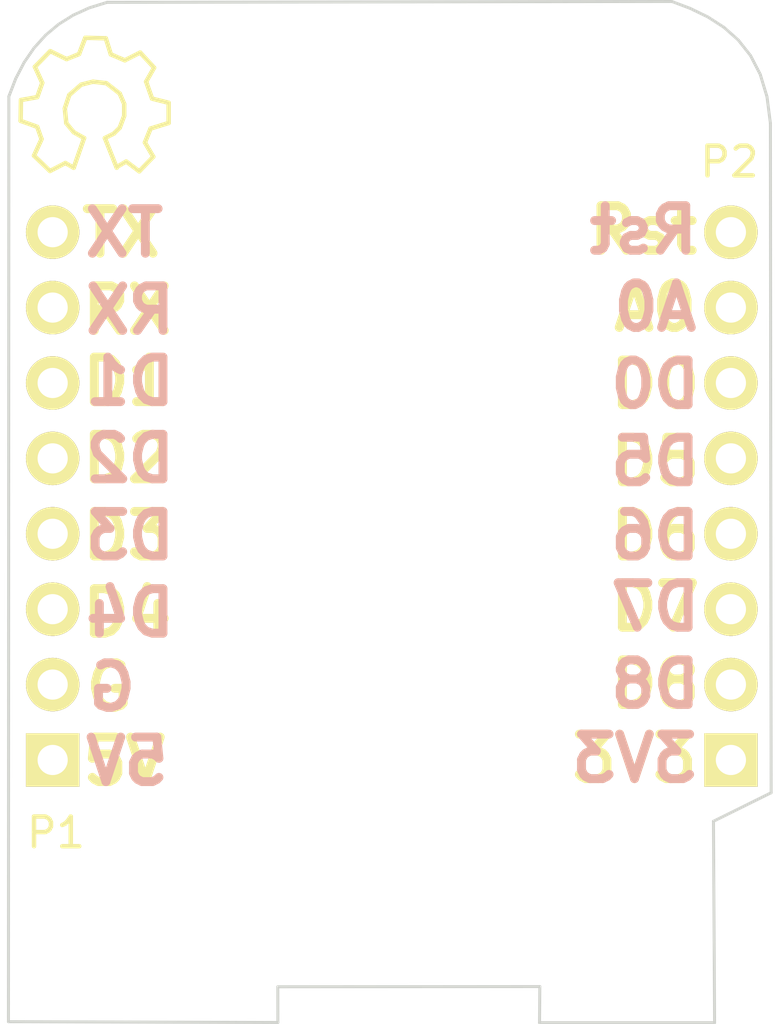
<source format=kicad_pcb>
(kicad_pcb (version 20240108) (generator "pcbnew") (generator_version "8.0")
  (layers (0 "F.Cu" signal) (31 "B.Cu" signal) (34 "B.Paste" user) (35 "F.Paste" user) (36 "B.SilkS" user "B.Silkscreen") (37 "F.SilkS" user "F.Silkscreen") (38 "B.Mask" user) (39 "F.Mask" user) (44 "Edge.Cuts" user))
  (net 0 "")
  (net 1 "/+5V")
  (net 2 "/GND")
  (net 3 "/D4")
  (net 4 "/D3")
  (net 5 "/D2")
  (net 6 "/D1")
  (net 7 "/RX")
  (net 8 "/TX")
  (net 9 "/+3.3V")
  (net 10 "/D8")
  (net 11 "/D7")
  (net 12 "/D6")
  (net 13 "/D5")
  (net 14 "/D0")
  (net 15 "/A0")
  (net 16 "/RST")
  (footprint "D1_mini:D1_mini_Pin_Header" (layer "F.Cu") (at 127.49 103.95 180)
    (property "Reference" "P1" (at -0.11 -2.45 180) (layer "F.SilkS"))
    (property "Value" "CONN_01X08" (hide yes))
    (pad "1" thru_hole rect (at 0 0 180) (size 1.8 1.8) (drill 1.016) (layers "*.Cu" "*.Mask" "F.SilkS") (net 1 "/+5V"))
    (pad "2" thru_hole oval (at 0 2.54 180) (size 1.8 1.8) (drill 1.016) (layers "*.Cu" "*.Mask" "F.SilkS") (net 2 "/GND"))
    (pad "3" thru_hole oval (at 0 5.08 180) (size 1.8 1.8) (drill 1.016) (layers "*.Cu" "*.Mask" "F.SilkS") (net 3 "/D4"))
    (pad "4" thru_hole oval (at 0 7.62 180) (size 1.8 1.8) (drill 1.016) (layers "*.Cu" "*.Mask" "F.SilkS") (net 4 "/D3"))
    (pad "5" thru_hole oval (at 0 10.16 180) (size 1.8 1.8) (drill 1.016) (layers "*.Cu" "*.Mask" "F.SilkS") (net 5 "/D2"))
    (pad "6" thru_hole oval (at 0 12.7 180) (size 1.8 1.8) (drill 1.016) (layers "*.Cu" "*.Mask" "F.SilkS") (net 6 "/D1"))
    (pad "7" thru_hole oval (at 0 15.24 180) (size 1.8 1.8) (drill 1.016) (layers "*.Cu" "*.Mask" "F.SilkS") (net 7 "/RX"))
    (pad "8" thru_hole oval (at 0 17.78 180) (size 1.8 1.8) (drill 1.016) (layers "*.Cu" "*.Mask" "F.SilkS") (net 8 "/TX"))
  )
  (footprint "D1_mini:D1_mini_Pin_Header" (layer "F.Cu") (at 150.35 103.95 180)
    (property "Reference" "P2" (at 0.05 20.15 180) (layer "F.SilkS"))
    (property "Value" "CONN_01X08" (hide yes))
    (pad "1" thru_hole rect (at 0 0 180) (size 1.8 1.8) (drill 1.016) (layers "*.Cu" "*.Mask" "F.SilkS") (net 9 "/+3.3V"))
    (pad "2" thru_hole oval (at 0 2.54 180) (size 1.8 1.8) (drill 1.016) (layers "*.Cu" "*.Mask" "F.SilkS") (net 10 "/D8"))
    (pad "3" thru_hole oval (at 0 5.08 180) (size 1.8 1.8) (drill 1.016) (layers "*.Cu" "*.Mask" "F.SilkS") (net 11 "/D7"))
    (pad "4" thru_hole oval (at 0 7.62 180) (size 1.8 1.8) (drill 1.016) (layers "*.Cu" "*.Mask" "F.SilkS") (net 12 "/D6"))
    (pad "5" thru_hole oval (at 0 10.16 180) (size 1.8 1.8) (drill 1.016) (layers "*.Cu" "*.Mask" "F.SilkS") (net 13 "/D5"))
    (pad "6" thru_hole oval (at 0 12.7 180) (size 1.8 1.8) (drill 1.016) (layers "*.Cu" "*.Mask" "F.SilkS") (net 14 "/D0"))
    (pad "7" thru_hole oval (at 0 15.24 180) (size 1.8 1.8) (drill 1.016) (layers "*.Cu" "*.Mask" "F.SilkS") (net 15 "/A0"))
    (pad "8" thru_hole oval (at 0 17.78 180) (size 1.8 1.8) (drill 1.016) (layers "*.Cu" "*.Mask" "F.SilkS") (net 16 "/RST"))
  )
  (footprint "D1_mini:OSHW" (layer "F.Cu") (at 128.9 82.1)
    (property "Reference" "" (hide yes))
    (property "Value" "OSHW" (hide yes))
    (fp_line (start -2.4892 0.32004) (end -1.9304 0.5207) (stroke (width 0.15)) (layer "F.SilkS"))
    (fp_line (start -2.47904 -0.381) (end -2.4892 0.32004) (stroke (width 0.15)) (layer "F.SilkS"))
    (fp_line (start -2.03962 1.49098) (end -1.50114 2.00914) (stroke (width 0.15)) (layer "F.SilkS"))
    (fp_line (start -2.00914 -1.50114) (end -1.76022 -0.96012) (stroke (width 0.15)) (layer "F.SilkS"))
    (fp_line (start -1.9304 -0.48006) (end -2.47904 -0.381) (stroke (width 0.15)) (layer "F.SilkS"))
    (fp_line (start -1.9304 0.5207) (end -1.7907 0.91948) (stroke (width 0.15)) (layer "F.SilkS"))
    (fp_line (start -1.78054 0.92964) (end -2.03962 1.49098) (stroke (width 0.15)) (layer "F.SilkS"))
    (fp_line (start -1.76022 -0.96012) (end -1.9304 -0.48006) (stroke (width 0.15)) (layer "F.SilkS"))
    (fp_line (start -1.50114 2.00914) (end -0.98044 1.7399) (stroke (width 0.15)) (layer "F.SilkS"))
    (fp_line (start -1.49098 -2.02946) (end -2.00914 -1.50114) (stroke (width 0.15)) (layer "F.SilkS"))
    (fp_line (start -1.00076 -0.09906) (end -0.94996 0.39878) (stroke (width 0.15)) (layer "F.SilkS"))
    (fp_line (start -0.98044 1.7399) (end -0.70104 1.89992) (stroke (width 0.15)) (layer "F.SilkS"))
    (fp_line (start -0.94996 0.39878) (end -0.70104 0.70104) (stroke (width 0.15)) (layer "F.SilkS"))
    (fp_line (start -0.9398 -1.76022) (end -1.49098 -2.02946) (stroke (width 0.15)) (layer "F.SilkS"))
    (fp_line (start -0.8509 -0.55118) (end -1.00076 -0.09906) (stroke (width 0.15)) (layer "F.SilkS"))
    (fp_line (start -0.70104 0.70104) (end -0.35052 0.89916) (stroke (width 0.15)) (layer "F.SilkS"))
    (fp_line (start -0.5207 -1.9304) (end -0.9398 -1.76022) (stroke (width 0.15)) (layer "F.SilkS"))
    (fp_line (start -0.44958 -0.89916) (end -0.8509 -0.55118) (stroke (width 0.15)) (layer "F.SilkS"))
    (fp_line (start -0.35052 0.89916) (end -0.70104 1.89992) (stroke (width 0.15)) (layer "F.SilkS"))
    (fp_line (start -0.30988 -2.47904) (end -0.5207 -1.9304) (stroke (width 0.15)) (layer "F.SilkS"))
    (fp_line (start -0.0508 -1.00076) (end -0.44958 -0.89916) (stroke (width 0.15)) (layer "F.SilkS"))
    (fp_line (start 0.35052 0.89916) (end 0.65024 0.7493) (stroke (width 0.15)) (layer "F.SilkS"))
    (fp_line (start 0.35052 0.89916) (end 0.7493 1.89992) (stroke (width 0.15)) (layer "F.SilkS"))
    (fp_line (start 0.381 -2.46126) (end -0.30988 -2.47904) (stroke (width 0.15)) (layer "F.SilkS"))
    (fp_line (start 0.39878 -0.94996) (end -0.0508 -1.00076) (stroke (width 0.15)) (layer "F.SilkS"))
    (fp_line (start 0.55118 -1.92024) (end 0.381 -2.46126) (stroke (width 0.15)) (layer "F.SilkS"))
    (fp_line (start 0.65024 0.7493) (end 0.8509 0.55118) (stroke (width 0.15)) (layer "F.SilkS"))
    (fp_line (start 0.73914 1.8796) (end 1.06934 1.6891) (stroke (width 0.15)) (layer "F.SilkS"))
    (fp_line (start 0.8509 -0.59944) (end 0.39878 -0.94996) (stroke (width 0.15)) (layer "F.SilkS"))
    (fp_line (start 0.8509 0.55118) (end 1.00076 0.14986) (stroke (width 0.15)) (layer "F.SilkS"))
    (fp_line (start 1.00076 -0.24892) (end 0.8509 -0.59944) (stroke (width 0.15)) (layer "F.SilkS"))
    (fp_line (start 1.00076 0.14986) (end 1.00076 -0.24892) (stroke (width 0.15)) (layer "F.SilkS"))
    (fp_line (start 1.02108 -1.71958) (end 0.55118 -1.92024) (stroke (width 0.15)) (layer "F.SilkS"))
    (fp_line (start 1.06934 1.6891) (end 1.50876 2.0193) (stroke (width 0.15)) (layer "F.SilkS"))
    (fp_line (start 1.50876 2.0193) (end 1.9812 1.52908) (stroke (width 0.15)) (layer "F.SilkS"))
    (fp_line (start 1.53924 -1.9812) (end 1.02108 -1.71958) (stroke (width 0.15)) (layer "F.SilkS"))
    (fp_line (start 1.69926 1.04902) (end 1.88976 0.57912) (stroke (width 0.15)) (layer "F.SilkS"))
    (fp_line (start 1.7399 -1.00076) (end 2.00914 -1.47066) (stroke (width 0.15)) (layer "F.SilkS"))
    (fp_line (start 1.88976 0.57912) (end 2.49936 0.39116) (stroke (width 0.15)) (layer "F.SilkS"))
    (fp_line (start 1.94056 -0.42926) (end 1.7399 -1.00076) (stroke (width 0.15)) (layer "F.SilkS"))
    (fp_line (start 1.9812 1.52908) (end 1.69926 1.04902) (stroke (width 0.15)) (layer "F.SilkS"))
    (fp_line (start 2.00914 -1.47066) (end 1.53924 -1.9812) (stroke (width 0.15)) (layer "F.SilkS"))
    (fp_line (start 2.49936 -0.28956) (end 1.94056 -0.42926) (stroke (width 0.15)) (layer "F.SilkS"))
    (fp_line (start 2.49936 0.39116) (end 2.49936 -0.28956) (stroke (width 0.15)) (layer "F.SilkS"))
  )
  (gr_line (start 148.36046 78.398266) (end 148.979824 78.632259) (stroke (width 0.1)) (layer "Edge.Cuts"))
  (gr_line (start 151.706026 105.053285) (end 149.76248 106.014181) (stroke (width 0.1)) (layer "Edge.Cuts"))
  (gr_line (start 135.078627 111.590483) (end 135.080603 112.792736) (stroke (width 0.1)) (layer "Edge.Cuts"))
  (gr_line (start 151.681078 82.498193) (end 151.706026 105.053285) (stroke (width 0.1)) (layer "Edge.Cuts"))
  (gr_line (start 126.530099 80.448833) (end 126.864747 79.962423) (stroke (width 0.1)) (layer "Edge.Cuts"))
  (gr_line (start 149.76248 106.014181) (end 149.8 112.8) (stroke (width 0.1)) (layer "Edge.Cuts"))
  (gr_line (start 149.568018 78.916742) (end 150.111445 79.266257) (stroke (width 0.1)) (layer "Edge.Cuts"))
  (gr_line (start 151.009595 80.21854) (end 151.337122 80.850387) (stroke (width 0.1)) (layer "Edge.Cuts"))
  (gr_line (start 143.909849 111.583795) (end 135.078627 111.590483) (stroke (width 0.1)) (layer "Edge.Cuts"))
  (gr_line (start 125.999807 112.766658) (end 126.013805 81.596507) (stroke (width 0.1)) (layer "Edge.Cuts"))
  (gr_line (start 126.864747 79.962423) (end 127.251047 79.535048) (stroke (width 0.1)) (layer "Edge.Cuts"))
  (gr_line (start 129.322547 78.427024) (end 148.36046 78.398266) (stroke (width 0.1)) (layer "Edge.Cuts"))
  (gr_line (start 151.565482 81.605425) (end 151.681078 82.498193) (stroke (width 0.1)) (layer "Edge.Cuts"))
  (gr_line (start 143.9 112.8) (end 143.909849 111.583795) (stroke (width 0.1)) (layer "Edge.Cuts"))
  (gr_line (start 151.337122 80.850387) (end 151.565482 81.605425) (stroke (width 0.1)) (layer "Edge.Cuts"))
  (gr_line (start 150.596503 79.695342) (end 151.009595 80.21854) (stroke (width 0.1)) (layer "Edge.Cuts"))
  (gr_line (start 150.111445 79.266257) (end 150.596503 79.695342) (stroke (width 0.1)) (layer "Edge.Cuts"))
  (gr_line (start 149.8 112.8) (end 143.9 112.8) (stroke (width 0.1)) (layer "Edge.Cuts"))
  (gr_line (start 128.72475 78.61269) (end 129.322547 78.427024) (stroke (width 0.1)) (layer "Edge.Cuts"))
  (gr_line (start 127.689488 79.167259) (end 128.18056 78.859623) (stroke (width 0.1)) (layer "Edge.Cuts"))
  (gr_line (start 135.080603 112.792736) (end 125.999807 112.766658) (stroke (width 0.1)) (layer "Edge.Cuts"))
  (gr_line (start 127.251047 79.535048) (end 127.689488 79.167259) (stroke (width 0.1)) (layer "Edge.Cuts"))
  (gr_line (start 148.979824 78.632259) (end 149.568018 78.916742) (stroke (width 0.1)) (layer "Edge.Cuts"))
  (gr_line (start 128.18056 78.859623) (end 128.72475 78.61269) (stroke (width 0.1)) (layer "Edge.Cuts"))
  (gr_line (start 126.246616 80.993714) (end 126.530099 80.448833) (stroke (width 0.1)) (layer "Edge.Cuts"))
  (gr_line (start 126.013805 81.596507) (end 126.246616 80.993714) (stroke (width 0.1)) (layer "Edge.Cuts"))
  (gr_text "TX" (at 129.9 86.2 0) (layer "B.SilkS") (effects (font (size 1.5 1.5) (thickness 0.3)) (justify mirror)))
  (gr_text "RX" (at 130.1 88.8 0) (layer "B.SilkS") (effects (font (size 1.5 1.5) (thickness 0.3)) (justify mirror)))
  (gr_text "D1" (at 130.1 91.2 0) (layer "B.SilkS") (effects (font (size 1.5 1.5) (thickness 0.3)) (justify mirror)))
  (gr_text "D2" (at 130.1 93.8 0) (layer "B.SilkS") (effects (font (size 1.5 1.5) (thickness 0.3)) (justify mirror)))
  (gr_text "D3" (at 130.1 96.4 0) (layer "B.SilkS") (effects (font (size 1.5 1.5) (thickness 0.3)) (justify mirror)))
  (gr_text "D4" (at 130.1 99 0) (layer "B.SilkS") (effects (font (size 1.5 1.5) (thickness 0.3)) (justify mirror)))
  (gr_text "G" (at 129.5 101.5 0) (layer "B.SilkS") (effects (font (size 1.5 1.5) (thickness 0.3)) (justify mirror)))
  (gr_text "5V" (at 130 104 0) (layer "B.SilkS") (effects (font (size 1.5 1.5) (thickness 0.3)) (justify mirror)))
  (gr_text "Rst" (at 147.4 86.1 0) (layer "B.SilkS") (effects (font (size 1.5 1.5) (thickness 0.3)) (justify mirror)))
  (gr_text "A0" (at 147.8 88.7 0) (layer "B.SilkS") (effects (font (size 1.5 1.5) (thickness 0.3)) (justify mirror)))
  (gr_text "D0" (at 147.8 91.3 0) (layer "B.SilkS") (effects (font (size 1.5 1.5) (thickness 0.3)) (justify mirror)))
  (gr_text "D5" (at 147.8 93.9 0) (layer "B.SilkS") (effects (font (size 1.5 1.5) (thickness 0.3)) (justify mirror)))
  (gr_text "D6" (at 147.8 96.4 0) (layer "B.SilkS") (effects (font (size 1.5 1.5) (thickness 0.3)) (justify mirror)))
  (gr_text "D7" (at 147.8 98.8 0) (layer "B.SilkS") (effects (font (size 1.5 1.5) (thickness 0.3)) (justify mirror)))
  (gr_text "D8" (at 147.8 101.4 0) (layer "B.SilkS") (effects (font (size 1.5 1.5) (thickness 0.3)) (justify mirror)))
  (gr_text "3V3" (at 147.1 103.9 0) (layer "B.SilkS") (effects (font (size 1.5 1.5) (thickness 0.3)) (justify mirror)))
  (gr_text "3V3" (at 147.1 103.9 0) (layer "F.SilkS") (effects (font (size 1.5 1.5) (thickness 0.3))))
  (gr_text "D2" (at 130 93.8 0) (layer "F.SilkS") (effects (font (size 1.5 1.5) (thickness 0.3))))
  (gr_text "D7" (at 147.8 98.8 0) (layer "F.SilkS") (effects (font (size 1.5 1.5) (thickness 0.3))))
  (gr_text "D3" (at 130 96.4 0) (layer "F.SilkS") (effects (font (size 1.5 1.5) (thickness 0.3))))
  (gr_text "D5" (at 147.8 93.9 0) (layer "F.SilkS") (effects (font (size 1.5 1.5) (thickness 0.3))))
  (gr_text "D0" (at 147.8 91.3 0) (layer "F.SilkS") (effects (font (size 1.5 1.5) (thickness 0.3))))
  (gr_text "D4" (at 130 99 0) (layer "F.SilkS") (effects (font (size 1.5 1.5) (thickness 0.3))))
  (gr_text "D1" (at 130 91.2 0) (layer "F.SilkS") (effects (font (size 1.5 1.5) (thickness 0.3))))
  (gr_text "D8" (at 147.8 101.4 0) (layer "F.SilkS") (effects (font (size 1.5 1.5) (thickness 0.3))))
  (gr_text "Rst" (at 147.4 86.1 0) (layer "F.SilkS") (effects (font (size 1.5 1.5) (thickness 0.3))))
  (gr_text "G" (at 129.4 101.5 0) (layer "F.SilkS") (effects (font (size 1.5 1.5) (thickness 0.3))))
  (gr_text "5V" (at 129.9 104 0) (layer "F.SilkS") (effects (font (size 1.5 1.5) (thickness 0.3))))
  (gr_text "D6" (at 147.8 96.4 0) (layer "F.SilkS") (effects (font (size 1.5 1.5) (thickness 0.3))))
  (gr_text "TX" (at 129.8 86.2 0) (layer "F.SilkS") (effects (font (size 1.5 1.5) (thickness 0.3))))
  (gr_text "RX" (at 130 88.8 0) (layer "F.SilkS") (effects (font (size 1.5 1.5) (thickness 0.3))))
  (gr_text "A0" (at 147.8 88.7 0) (layer "F.SilkS") (effects (font (size 1.5 1.5) (thickness 0.3))))
)
</source>
